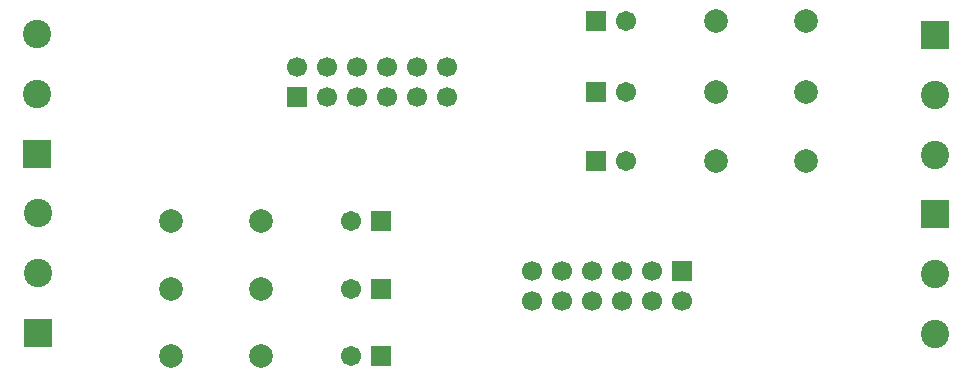
<source format=gbr>
%TF.GenerationSoftware,KiCad,Pcbnew,9.0.6*%
%TF.CreationDate,2025-12-26T20:22:19+00:00*%
%TF.ProjectId,PIDI-BOX-01-RELSW-6-MAIN-A1,50494449-2d42-44f5-982d-30312d52454c,rev?*%
%TF.SameCoordinates,Original*%
%TF.FileFunction,Soldermask,Bot*%
%TF.FilePolarity,Negative*%
%FSLAX46Y46*%
G04 Gerber Fmt 4.6, Leading zero omitted, Abs format (unit mm)*
G04 Created by KiCad (PCBNEW 9.0.6) date 2025-12-26 20:22:19*
%MOMM*%
%LPD*%
G01*
G04 APERTURE LIST*
G04 Aperture macros list*
%AMRoundRect*
0 Rectangle with rounded corners*
0 $1 Rounding radius*
0 $2 $3 $4 $5 $6 $7 $8 $9 X,Y pos of 4 corners*
0 Add a 4 corners polygon primitive as box body*
4,1,4,$2,$3,$4,$5,$6,$7,$8,$9,$2,$3,0*
0 Add four circle primitives for the rounded corners*
1,1,$1+$1,$2,$3*
1,1,$1+$1,$4,$5*
1,1,$1+$1,$6,$7*
1,1,$1+$1,$8,$9*
0 Add four rect primitives between the rounded corners*
20,1,$1+$1,$2,$3,$4,$5,0*
20,1,$1+$1,$4,$5,$6,$7,0*
20,1,$1+$1,$6,$7,$8,$9,0*
20,1,$1+$1,$8,$9,$2,$3,0*%
G04 Aperture macros list end*
%ADD10RoundRect,0.102000X0.754000X0.754000X-0.754000X0.754000X-0.754000X-0.754000X0.754000X-0.754000X0*%
%ADD11C,1.712000*%
%ADD12C,2.004000*%
%ADD13R,2.400000X2.400000*%
%ADD14C,2.400000*%
%ADD15RoundRect,0.102000X-0.754000X-0.754000X0.754000X-0.754000X0.754000X0.754000X-0.754000X0.754000X0*%
%ADD16R,1.700000X1.700000*%
%ADD17C,1.700000*%
G04 APERTURE END LIST*
D10*
%TO.C,REL6*%
X141026900Y-75641000D03*
D11*
X138486900Y-75641000D03*
D12*
X130866900Y-75641000D03*
X123246900Y-75641000D03*
%TD*%
D13*
%TO.C,J4*%
X111980000Y-85120000D03*
D14*
X111980000Y-80040000D03*
X111980000Y-74960000D03*
%TD*%
D15*
%TO.C,REL1*%
X159258000Y-70561200D03*
D11*
X161798000Y-70561200D03*
D12*
X169418000Y-70561200D03*
X177038000Y-70561200D03*
%TD*%
D10*
%TO.C,REL4*%
X141046200Y-87045800D03*
D11*
X138506200Y-87045800D03*
D12*
X130886200Y-87045800D03*
X123266200Y-87045800D03*
%TD*%
D13*
%TO.C,J1*%
X187934600Y-59842400D03*
D14*
X187934600Y-64922400D03*
X187934600Y-70002400D03*
%TD*%
D13*
%TO.C,J2*%
X187934600Y-75031600D03*
D14*
X187934600Y-80111600D03*
X187934600Y-85191600D03*
%TD*%
D13*
%TO.C,J3*%
X111963200Y-69900800D03*
D14*
X111963200Y-64820800D03*
X111963200Y-59740800D03*
%TD*%
D16*
%TO.C,J5*%
X133959600Y-65074800D03*
D17*
X133959600Y-62534800D03*
X136499600Y-65074800D03*
X136499600Y-62534800D03*
X139039600Y-65074800D03*
X139039600Y-62534800D03*
X141579600Y-65074800D03*
X141579600Y-62534800D03*
X144119600Y-65074800D03*
X144119600Y-62534800D03*
X146659600Y-65074800D03*
X146659600Y-62534800D03*
%TD*%
D15*
%TO.C,REL3*%
X159258000Y-58674000D03*
D11*
X161798000Y-58674000D03*
D12*
X169418000Y-58674000D03*
X177038000Y-58674000D03*
%TD*%
D15*
%TO.C,Rel2*%
X159277300Y-64643200D03*
D11*
X161817300Y-64643200D03*
D12*
X169437300Y-64643200D03*
X177057300Y-64643200D03*
%TD*%
D16*
%TO.C,J6*%
X166550000Y-79814000D03*
D17*
X166550000Y-82354000D03*
X164010000Y-79814000D03*
X164010000Y-82354000D03*
X161470000Y-79814000D03*
X161470000Y-82354000D03*
X158930000Y-79814000D03*
X158930000Y-82354000D03*
X156390000Y-79814000D03*
X156390000Y-82354000D03*
X153850000Y-79814000D03*
X153850000Y-82354000D03*
%TD*%
D10*
%TO.C,REL5*%
X141046200Y-81330600D03*
D11*
X138506200Y-81330600D03*
D12*
X130886200Y-81330600D03*
X123266200Y-81330600D03*
%TD*%
M02*

</source>
